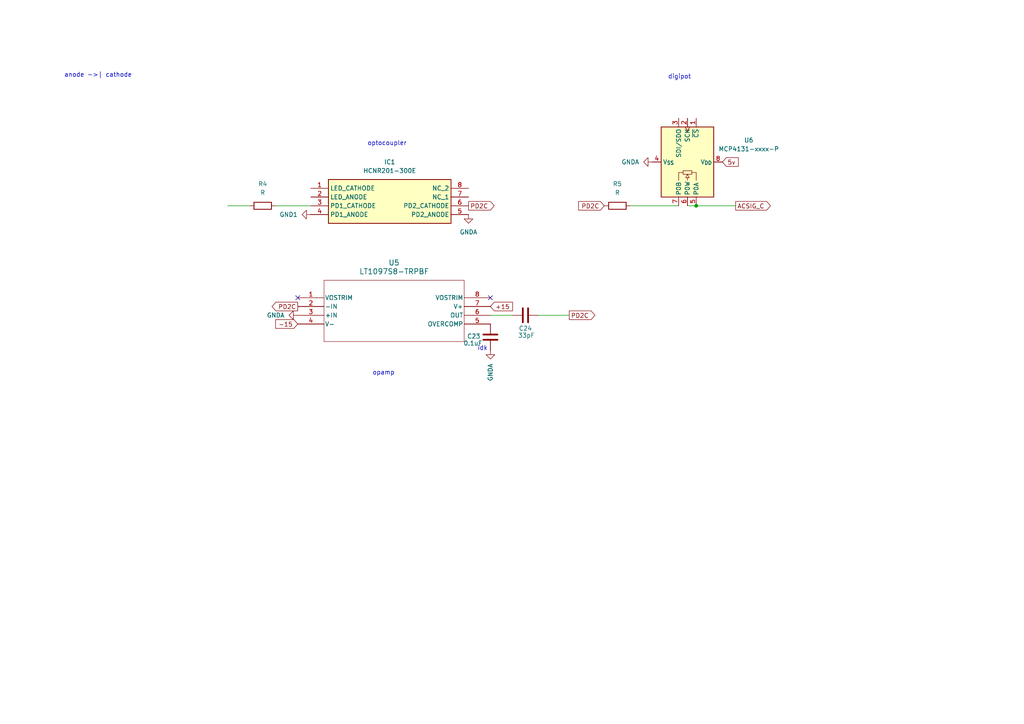
<source format=kicad_sch>
(kicad_sch (version 20231120) (generator "eeschema") (generator_version "8.0")
  (paper "A4")
  (lib_symbols
    (symbol "Device:C" (pin_numbers hide) (pin_names (offset 0.254))
      (property "Reference" "C" (at 0.635 2.54 0))
      (property "Value" "C" (at 0.635 -2.54 0))
      (symbol "C_0_1"
        (polyline (pts (xy -2.032 -0.762) (xy 2.032 -0.762)) (stroke (width 0.508)))
        (polyline (pts (xy -2.032 0.762) (xy 2.032 0.762)) (stroke (width 0.508)))
      )
      (symbol "C_1_1"
        (pin passive line (at 0 3.81 270) (length 2.794) (name "~") (number "1"))
        (pin passive line (at 0 -3.81 90) (length 2.794) (name "~") (number "2"))
      )
    )
    (symbol "Device:R" (pin_numbers hide) (pin_names (offset 0))
      (property "Reference" "R" (at 2.032 0 90))
      (property "Value" "R" (at 0 0 90))
      (symbol "R_0_1"
        (rectangle (start -1.016 -2.54) (end 1.016 2.54) (stroke (width 0.254)))
      )
      (symbol "R_1_1"
        (pin passive line (at 0 3.81 270) (length 1.27) (name "~") (number "1"))
        (pin passive line (at 0 -3.81 90) (length 1.27) (name "~") (number "2"))
      )
    )
    (symbol "Potentiometer_Digital:MCP4131-xxxx-P"
      (property "Reference" "U" (at 2.54 11.43 0))
      (property "Value" "MCP4131-xxxx-P" (at 2.54 8.89 0))
      (symbol "MCP4131-xxxx-P_0_0"
        (pin input line (at -12.7 2.54 0) (length 2.54) (name "~{CS}") (number "1"))
        (pin input clock (at -12.7 0 0) (length 2.54) (name "SCK") (number "2"))
        (pin bidirectional line (at -12.7 -2.54 0) (length 2.54) (name "SDI/SDO") (number "3"))
        (pin power_in line (at 0 -10.16 90) (length 2.54) (name "V_{SS}") (number "4"))
        (pin passive line (at 12.7 2.54 180) (length 2.54) (name "P0A") (number "5"))
        (pin passive line (at 12.7 0 180) (length 2.54) (name "P0W") (number "6"))
        (pin passive line (at 12.7 -2.54 180) (length 2.54) (name "P0B") (number "7"))
        (pin power_in line (at 0 10.16 270) (length 2.54) (name "V_{DD}") (number "8"))
      )
      (symbol "MCP4131-xxxx-P_0_1"
        (polyline (pts (xy 4.572 0) (xy 5.334 0)))
        (polyline (pts (xy 3.048 -1.27) (xy 3.048 -2.54) (xy 5.334 -2.54)))
        (polyline (pts (xy 5.334 2.54) (xy 3.048 2.54) (xy 3.048 1.27)))
        (polyline (pts (xy 4.572 0.508) (xy 3.556 0) (xy 4.572 -0.508) (xy 4.572 0.508)))
        (rectangle (start 2.54 1.27) (end 3.556 -1.27))
      )
      (symbol "MCP4131-xxxx-P_1_1"
        (rectangle (start -10.16 7.62) (end 10.16 -7.62) (stroke (width 0.254)) (fill (type background)))
      )
    )
    (symbol "dyno_inst_sym:HCNR201-300E"
      (property "Reference" "IC" (at 41.91 7.62 0))
      (property "Value" "HCNR201-300E" (at 41.91 5.08 0))
      (symbol "HCNR201-300E_1_1"
        (rectangle (start 5.08 2.54) (end 40.64 -10.16) (stroke (width 0.254)) (fill (type background)))
        (pin passive line (at 0 0 0) (length 5.08) (name "LED_CATHODE") (number "1"))
        (pin passive line (at 0 -2.54 0) (length 5.08) (name "LED_ANODE") (number "2"))
        (pin passive line (at 0 -5.08 0) (length 5.08) (name "PD1_CATHODE") (number "3"))
        (pin passive line (at 0 -7.62 0) (length 5.08) (name "PD1_ANODE") (number "4"))
        (pin passive line (at 45.72 -7.62 180) (length 5.08) (name "PD2_ANODE") (number "5"))
        (pin passive line (at 45.72 -5.08 180) (length 5.08) (name "PD2_CATHODE") (number "6"))
        (pin passive line (at 45.72 -2.54 180) (length 5.08) (name "NC_1") (number "7"))
        (pin passive line (at 45.72 0 180) (length 5.08) (name "NC_2") (number "8"))
      )
    )
    (symbol "dyno_inst_sym:LT1097S8-TRPBF" (pin_names (offset 0.254))
      (property "Reference" "U" (at 27.94 10.16 0))
      (property "Value" "LT1097S8-TRPBF" (at 27.94 7.62 0))
      (symbol "LT1097S8-TRPBF_0_1"
        (polyline (pts (xy 7.62 -12.7) (xy 48.26 -12.7)) (stroke (width 0.127)))
        (polyline (pts (xy 7.62 5.08) (xy 7.62 -12.7)) (stroke (width 0.127)))
        (polyline (pts (xy 48.26 -12.7) (xy 48.26 5.08)) (stroke (width 0.127)))
        (polyline (pts (xy 48.26 5.08) (xy 7.62 5.08)) (stroke (width 0.127)))
        (pin unspecified line (at 0 0 0) (length 7.62) (name "VOSTRIM") (number "1"))
        (pin input line (at 0 -2.54 0) (length 7.62) (name "-IN") (number "2"))
        (pin input line (at 0 -5.08 0) (length 7.62) (name "+IN") (number "3"))
        (pin power_in line (at 0 -7.62 0) (length 7.62) (name "V-") (number "4"))
        (pin unspecified line (at 55.88 -7.62 180) (length 7.62) (name "OVERCOMP") (number "5"))
        (pin output line (at 55.88 -5.08 180) (length 7.62) (name "OUT") (number "6"))
        (pin power_in line (at 55.88 -2.54 180) (length 7.62) (name "V+") (number "7"))
        (pin unspecified line (at 55.88 0 180) (length 7.62) (name "VOSTRIM") (number "8"))
      )
    )
    (symbol "power:GND1" (power) (pin_numbers hide) (pin_names (offset 0) hide)
      (property "Value" "GND1" (at 0 -3.81 0))
      (symbol "GND1_0_1"
        (polyline (pts (xy 0 0) (xy 0 -1.27) (xy 1.27 -1.27) (xy 0 -2.54) (xy -1.27 -1.27) (xy 0 -1.27)))
      )
      (symbol "GND1_1_1"
        (pin power_in line (at 0 0 270) (length 0) (name "~") (number "1"))
      )
    )
    (symbol "power:GNDA" (power) (pin_names (offset 0))
      (property "Value" "GNDA" (at 0 -3.81 0))
      (symbol "GNDA_0_1"
        (polyline (pts (xy 0 0) (xy 0 -1.27) (xy 1.27 -1.27) (xy 0 -2.54) (xy -1.27 -1.27) (xy 0 -1.27)))
      )
      (symbol "GNDA_1_1"
        (pin power_in line (at 0 0 270) (length 0) hide (name "GNDA") (number "1"))
      )
    )
  )
  (junction (at 201.93 59.69))
  (no_connect (at 142.24 86.36))
  (no_connect (at 86.36 86.36))
  (wire (pts (xy 201.93 59.69) (xy 213.36 59.69)))
  (wire (pts (xy 165.1 91.44) (xy 156.21 91.44)))
  (wire (pts (xy 199.39 59.69) (xy 201.93 59.69)))
  (wire (pts (xy 66.04 59.69) (xy 72.39 59.69)))
  (wire (pts (xy 182.88 59.69) (xy 196.85 59.69)))
  (wire (pts (xy 142.24 91.44) (xy 148.59 91.44)))
  (wire (pts (xy 80.01 59.69) (xy 90.17 59.69)))
  (text "opamp" (at 111.252 108.204 0) (effects (font (size 1.27 1.27))))
  (text "anode ->| cathode" (at 28.448 21.844 0) (effects (font (size 1.27 1.27))))
  (text "idk" (at 139.954 101.092 0) (effects (font (size 1.27 1.27))))
  (text "optocoupler" (at 112.268 41.656 0) (effects (font (size 1.27 1.27))))
  (text "digipot" (at 197.104 22.352 0) (effects (font (size 1.27 1.27))))
  (global_label "5v" (shape input) (at 209.55 46.99 0) (property "Intersheetrefs" "${INTERSHEET_REFS}" (effects (hide yes))))
  (global_label "PD2C" (shape input) (at 175.26 59.69 180) (property "Intersheetrefs" "${INTERSHEET_REFS}" (effects (hide yes))))
  (global_label "-15" (shape input) (at 86.36 93.98 180) (property "Intersheetrefs" "${INTERSHEET_REFS}" (effects (hide yes))))
  (global_label "PD2C" (shape output) (at 165.1 91.44 0) (property "Intersheetrefs" "${INTERSHEET_REFS}" (effects (hide yes))))
  (global_label "PD2C" (shape output) (at 86.36 88.9 180) (property "Intersheetrefs" "${INTERSHEET_REFS}" (effects (hide yes))))
  (global_label "PD2C" (shape output) (at 135.89 59.69 0) (property "Intersheetrefs" "${INTERSHEET_REFS}" (effects (hide yes))))
  (global_label "+15" (shape input) (at 142.24 88.9 0) (property "Intersheetrefs" "${INTERSHEET_REFS}" (effects (hide yes))))
  (global_label "ACSIG_C" (shape output) (at 213.36 59.69 0) (property "Intersheetrefs" "${INTERSHEET_REFS}" (effects (hide yes))))
  (symbol (lib_id "dyno_inst_sym:HCNR201-300E") (at 90.17 54.61 0) (unit 1)
    (property "Reference" "IC1" (at 113.03 46.99 0))
    (property "Value" "HCNR201-300E" (at 113.03 49.53 0))
    (property "Footprint" "HCNR201300E" (effects (hide yes)))
    (property "Datasheet" "https://datasheet.datasheetarchive.com/originals/distributors/Datasheets-6/DSA-115859.pdf" (effects (hide yes)))
    (property "Description" "Broadcom, HCNR201-300E DC Input Photodiode Output Optocoupler, Surface Mount, 8-Pin PDIP-W" (effects (hide yes)))
    (property "Height" "5" (effects (hide yes)))
    (property "Mouser Part Number" "630-HCNR201-300E" (effects (hide yes)))
    (property "Mouser Price/Stock" "https://www.mouser.co.uk/ProductDetail/Broadcom-Avago/HCNR201-300E?qs=xnajaXqBF9%2Fpqjck28%2FBeQ%3D%3D" (effects (hide yes)))
    (property "Manufacturer_Name" "Avago Technologies" (effects (hide yes)))
    (property "Manufacturer_Part_Number" "HCNR201-300E" (effects (hide yes)))
  )
  (symbol (lib_id "Device:C") (at 152.4 91.44 270) (unit 1)
    (property "Reference" "C24" (at 152.4 95.25 90))
    (property "Value" "33pF" (at 152.654 97.282 90))
    (property "Description" "Unpolarized capacitor" (effects (hide yes)))
  )
  (symbol (lib_id "Device:R") (at 76.2 59.69 90) (unit 1)
    (property "Reference" "R4" (at 76.2 53.34 90))
    (property "Value" "R" (at 76.2 55.88 90))
    (property "Description" "Resistor" (effects (hide yes)))
  )
  (symbol (lib_id "power:GND1") (at 90.17 62.23 270) (unit 1)
    (property "Reference" "#PWR020" (effects (hide yes)))
    (property "Value" "GND1" (at 86.36 62.2299 90) (effects (justify right)))
    (property "Description" "Power symbol creates a global label with name \"GND1\" , ground" (effects (hide yes)))
  )
  (symbol (lib_id "power:GNDA") (at 142.24 101.6 0) (unit 1)
    (property "Reference" "#PWR030" (effects (hide yes)))
    (property "Value" "GNDA" (at 142.2401 105.41 90) (effects (justify right)))
  )
  (symbol (lib_id "Potentiometer_Digital:MCP4131-xxxx-P") (at 199.39 46.99 270) (unit 1)
    (property "Reference" "U6" (at 217.17 40.6714 90))
    (property "Value" "MCP4131-xxxx-P" (at 217.17 43.2114 90))
    (property "Footprint" "Package_DIP:DIP-8_W7.62mm" (effects (hide yes)))
    (property "Datasheet" "https://ww1.microchip.com/downloads/aemDocuments/documents/OTH/ProductDocuments/DataSheets/22060b.pdf" (effects (hide yes)))
    (property "Description" "Single Digital Potentiometer, SPI interface, 129 taps, 5/10/50/100 kohm, volatile memory" (effects (hide yes)))
  )
  (symbol (lib_id "Device:C") (at 142.24 97.79 180) (unit 1)
    (property "Reference" "C23" (at 137.414 97.536 0))
    (property "Value" "0.1uF" (at 137.16 99.568 0))
    (property "Description" "Unpolarized capacitor" (effects (hide yes)))
  )
  (symbol (lib_id "dyno_inst_sym:LT1097S8-TRPBF") (at 86.36 86.36 0) (unit 1)
    (property "Reference" "U5" (at 114.3 76.2 0) (effects (font (size 1.524 1.524))))
    (property "Value" "LT1097S8-TRPBF" (at 114.3 78.74 0) (effects (font (size 1.524 1.524))))
    (property "Footprint" "SO-8_S_LIT" (effects (hide yes)))
    (property "Datasheet" "LT1097S8-TRPBF" (effects (hide yes)))
  )
  (symbol (lib_id "power:GNDA") (at 135.89 62.23 0) (unit 1)
    (property "Reference" "#PWR031" (effects (hide yes)))
    (property "Value" "GNDA" (at 135.89 67.31 0))
  )
  (symbol (lib_id "power:GNDA") (at 86.36 91.44 270) (unit 1)
    (property "Reference" "#PWR032" (effects (hide yes)))
    (property "Value" "GNDA" (at 82.55 91.4399 90) (effects (justify right)))
  )
  (symbol (lib_id "power:GNDA") (at 189.23 46.99 270) (unit 1)
    (property "Reference" "#PWR019" (effects (hide yes)))
    (property "Value" "GNDA" (at 185.42 46.9899 90) (effects (justify right)))
  )
  (symbol (lib_id "Device:R") (at 179.07 59.69 90) (unit 1)
    (property "Reference" "R5" (at 179.07 53.34 90))
    (property "Value" "R" (at 179.07 55.88 90))
    (property "Description" "Resistor" (effects (hide yes)))
  )
)
</source>
